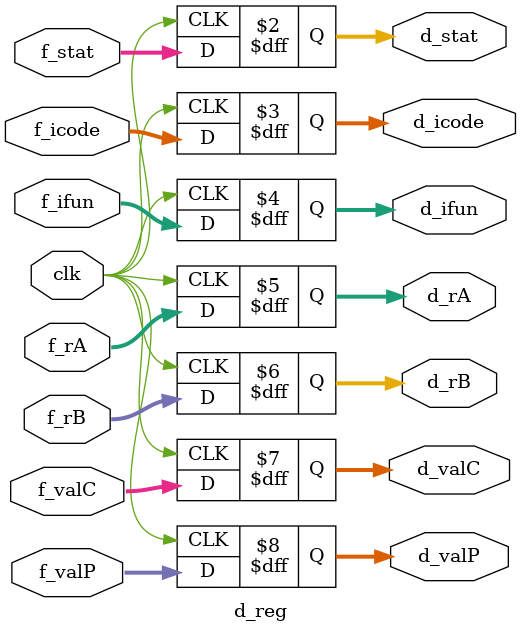
<source format=v>
`timescale 1ns / 1ps

module d_reg(
  clk,
  f_stat,f_icode,f_ifun,f_rA,f_rB,f_valC,f_valP,
  d_stat,d_icode,d_ifun,d_rA,d_rB,d_valC,d_valP
);  
  input clk;
  input [2:0] f_stat;
  input [3:0] f_icode;
  input [3:0] f_ifun;
  input [63:0] f_rA;
  input [63:0] f_rB;
  input [63:0] f_valC;
  input [63:0] f_valP;
  output reg [2:0] d_stat;
  output reg [3:0] d_icode;
  output reg [3:0] d_ifun;
  output reg [63:0] d_rA;
  output reg [63:0] d_rB;
  output reg [63:0] d_valC;
  output reg [63:0] d_valP;

  always@(posedge clk)
  begin
    d_stat = f_stat;
    d_icode= f_icode;
    d_ifun = f_ifun;
    d_rA   = f_rA;
    d_rB   = f_rB;
    d_valC = f_valC;
    d_valP = f_valP;
  end
endmodule
</source>
